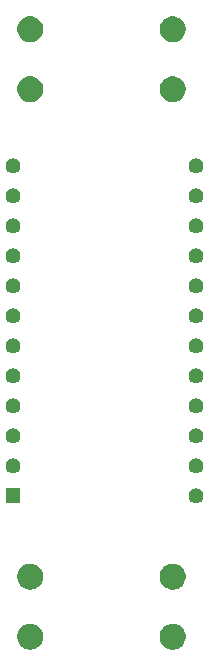
<source format=gbr>
G04 #@! TF.GenerationSoftware,KiCad,Pcbnew,5.1.4-e60b266~84~ubuntu18.04.1*
G04 #@! TF.CreationDate,2019-10-08T20:02:31-04:00*
G04 #@! TF.ProjectId,TSAL-driver,5453414c-2d64-4726-9976-65722e6b6963,rev?*
G04 #@! TF.SameCoordinates,Original*
G04 #@! TF.FileFunction,Soldermask,Bot*
G04 #@! TF.FilePolarity,Negative*
%FSLAX46Y46*%
G04 Gerber Fmt 4.6, Leading zero omitted, Abs format (unit mm)*
G04 Created by KiCad (PCBNEW 5.1.4-e60b266~84~ubuntu18.04.1) date 2019-10-08 20:02:31*
%MOMM*%
%LPD*%
G04 APERTURE LIST*
%ADD10C,0.100000*%
G04 APERTURE END LIST*
D10*
G36*
X139914794Y-110680155D02*
G01*
X140021150Y-110701311D01*
X140121334Y-110742809D01*
X140221520Y-110784307D01*
X140401844Y-110904795D01*
X140555205Y-111058156D01*
X140675693Y-111238480D01*
X140758689Y-111438851D01*
X140801000Y-111651560D01*
X140801000Y-111868440D01*
X140758689Y-112081149D01*
X140675693Y-112281520D01*
X140555205Y-112461844D01*
X140401844Y-112615205D01*
X140221520Y-112735693D01*
X140121334Y-112777191D01*
X140021150Y-112818689D01*
X139914795Y-112839844D01*
X139808440Y-112861000D01*
X139591560Y-112861000D01*
X139485205Y-112839844D01*
X139378850Y-112818689D01*
X139278666Y-112777191D01*
X139178480Y-112735693D01*
X138998156Y-112615205D01*
X138844795Y-112461844D01*
X138724307Y-112281520D01*
X138641311Y-112081149D01*
X138599000Y-111868440D01*
X138599000Y-111651560D01*
X138641311Y-111438851D01*
X138724307Y-111238480D01*
X138844795Y-111058156D01*
X138998156Y-110904795D01*
X139178480Y-110784307D01*
X139278666Y-110742809D01*
X139378850Y-110701311D01*
X139485206Y-110680155D01*
X139591560Y-110659000D01*
X139808440Y-110659000D01*
X139914794Y-110680155D01*
X139914794Y-110680155D01*
G37*
G36*
X127849794Y-110680155D02*
G01*
X127956150Y-110701311D01*
X128056334Y-110742809D01*
X128156520Y-110784307D01*
X128336844Y-110904795D01*
X128490205Y-111058156D01*
X128610693Y-111238480D01*
X128693689Y-111438851D01*
X128736000Y-111651560D01*
X128736000Y-111868440D01*
X128693689Y-112081149D01*
X128610693Y-112281520D01*
X128490205Y-112461844D01*
X128336844Y-112615205D01*
X128156520Y-112735693D01*
X128056334Y-112777191D01*
X127956150Y-112818689D01*
X127849795Y-112839844D01*
X127743440Y-112861000D01*
X127526560Y-112861000D01*
X127420205Y-112839844D01*
X127313850Y-112818689D01*
X127213666Y-112777191D01*
X127113480Y-112735693D01*
X126933156Y-112615205D01*
X126779795Y-112461844D01*
X126659307Y-112281520D01*
X126576311Y-112081149D01*
X126534000Y-111868440D01*
X126534000Y-111651560D01*
X126576311Y-111438851D01*
X126659307Y-111238480D01*
X126779795Y-111058156D01*
X126933156Y-110904795D01*
X127113480Y-110784307D01*
X127213666Y-110742809D01*
X127313850Y-110701311D01*
X127420206Y-110680155D01*
X127526560Y-110659000D01*
X127743440Y-110659000D01*
X127849794Y-110680155D01*
X127849794Y-110680155D01*
G37*
G36*
X139914795Y-105600156D02*
G01*
X140021150Y-105621311D01*
X140121334Y-105662809D01*
X140221520Y-105704307D01*
X140401844Y-105824795D01*
X140555205Y-105978156D01*
X140675693Y-106158480D01*
X140758689Y-106358851D01*
X140801000Y-106571560D01*
X140801000Y-106788440D01*
X140758689Y-107001149D01*
X140675693Y-107201520D01*
X140555205Y-107381844D01*
X140401844Y-107535205D01*
X140221520Y-107655693D01*
X140121334Y-107697191D01*
X140021150Y-107738689D01*
X139914795Y-107759844D01*
X139808440Y-107781000D01*
X139591560Y-107781000D01*
X139485205Y-107759844D01*
X139378850Y-107738689D01*
X139178480Y-107655693D01*
X138998156Y-107535205D01*
X138844795Y-107381844D01*
X138724307Y-107201520D01*
X138641311Y-107001149D01*
X138599000Y-106788440D01*
X138599000Y-106571560D01*
X138641311Y-106358851D01*
X138724307Y-106158480D01*
X138844795Y-105978156D01*
X138998156Y-105824795D01*
X139178480Y-105704307D01*
X139378850Y-105621311D01*
X139485206Y-105600155D01*
X139591560Y-105579000D01*
X139808440Y-105579000D01*
X139914795Y-105600156D01*
X139914795Y-105600156D01*
G37*
G36*
X127849795Y-105600156D02*
G01*
X127956150Y-105621311D01*
X128056334Y-105662809D01*
X128156520Y-105704307D01*
X128336844Y-105824795D01*
X128490205Y-105978156D01*
X128610693Y-106158480D01*
X128693689Y-106358851D01*
X128736000Y-106571560D01*
X128736000Y-106788440D01*
X128693689Y-107001149D01*
X128610693Y-107201520D01*
X128490205Y-107381844D01*
X128336844Y-107535205D01*
X128156520Y-107655693D01*
X128056334Y-107697191D01*
X127956150Y-107738689D01*
X127849795Y-107759844D01*
X127743440Y-107781000D01*
X127526560Y-107781000D01*
X127420205Y-107759844D01*
X127313850Y-107738689D01*
X127113480Y-107655693D01*
X126933156Y-107535205D01*
X126779795Y-107381844D01*
X126659307Y-107201520D01*
X126576311Y-107001149D01*
X126534000Y-106788440D01*
X126534000Y-106571560D01*
X126576311Y-106358851D01*
X126659307Y-106158480D01*
X126779795Y-105978156D01*
X126933156Y-105824795D01*
X127113480Y-105704307D01*
X127313850Y-105621311D01*
X127420206Y-105600155D01*
X127526560Y-105579000D01*
X127743440Y-105579000D01*
X127849795Y-105600156D01*
X127849795Y-105600156D01*
G37*
G36*
X126802001Y-100471001D02*
G01*
X125550001Y-100471001D01*
X125550001Y-99219001D01*
X126802001Y-99219001D01*
X126802001Y-100471001D01*
X126802001Y-100471001D01*
G37*
G36*
X141853598Y-99243057D02*
G01*
X141967522Y-99290246D01*
X141967523Y-99290247D01*
X142070053Y-99358755D01*
X142157247Y-99445949D01*
X142157248Y-99445951D01*
X142225756Y-99548480D01*
X142272945Y-99662404D01*
X142297001Y-99783344D01*
X142297001Y-99906658D01*
X142272945Y-100027598D01*
X142225756Y-100141522D01*
X142225755Y-100141523D01*
X142157247Y-100244053D01*
X142070053Y-100331247D01*
X142018439Y-100365734D01*
X141967522Y-100399756D01*
X141853598Y-100446945D01*
X141732658Y-100471001D01*
X141609344Y-100471001D01*
X141488404Y-100446945D01*
X141374480Y-100399756D01*
X141323563Y-100365734D01*
X141271949Y-100331247D01*
X141184755Y-100244053D01*
X141116247Y-100141523D01*
X141116246Y-100141522D01*
X141069057Y-100027598D01*
X141045001Y-99906658D01*
X141045001Y-99783344D01*
X141069057Y-99662404D01*
X141116246Y-99548480D01*
X141184754Y-99445951D01*
X141184755Y-99445949D01*
X141271949Y-99358755D01*
X141374479Y-99290247D01*
X141374480Y-99290246D01*
X141488404Y-99243057D01*
X141609344Y-99219001D01*
X141732658Y-99219001D01*
X141853598Y-99243057D01*
X141853598Y-99243057D01*
G37*
G36*
X126358598Y-96703057D02*
G01*
X126472522Y-96750246D01*
X126472523Y-96750247D01*
X126575053Y-96818755D01*
X126662247Y-96905949D01*
X126662248Y-96905951D01*
X126730756Y-97008480D01*
X126777945Y-97122404D01*
X126802001Y-97243344D01*
X126802001Y-97366658D01*
X126777945Y-97487598D01*
X126730756Y-97601522D01*
X126730755Y-97601523D01*
X126662247Y-97704053D01*
X126575053Y-97791247D01*
X126523439Y-97825734D01*
X126472522Y-97859756D01*
X126358598Y-97906945D01*
X126237658Y-97931001D01*
X126114344Y-97931001D01*
X125993404Y-97906945D01*
X125879480Y-97859756D01*
X125828563Y-97825734D01*
X125776949Y-97791247D01*
X125689755Y-97704053D01*
X125621247Y-97601523D01*
X125621246Y-97601522D01*
X125574057Y-97487598D01*
X125550001Y-97366658D01*
X125550001Y-97243344D01*
X125574057Y-97122404D01*
X125621246Y-97008480D01*
X125689754Y-96905951D01*
X125689755Y-96905949D01*
X125776949Y-96818755D01*
X125879479Y-96750247D01*
X125879480Y-96750246D01*
X125993404Y-96703057D01*
X126114344Y-96679001D01*
X126237658Y-96679001D01*
X126358598Y-96703057D01*
X126358598Y-96703057D01*
G37*
G36*
X141853598Y-96703057D02*
G01*
X141967522Y-96750246D01*
X141967523Y-96750247D01*
X142070053Y-96818755D01*
X142157247Y-96905949D01*
X142157248Y-96905951D01*
X142225756Y-97008480D01*
X142272945Y-97122404D01*
X142297001Y-97243344D01*
X142297001Y-97366658D01*
X142272945Y-97487598D01*
X142225756Y-97601522D01*
X142225755Y-97601523D01*
X142157247Y-97704053D01*
X142070053Y-97791247D01*
X142018439Y-97825734D01*
X141967522Y-97859756D01*
X141853598Y-97906945D01*
X141732658Y-97931001D01*
X141609344Y-97931001D01*
X141488404Y-97906945D01*
X141374480Y-97859756D01*
X141323563Y-97825734D01*
X141271949Y-97791247D01*
X141184755Y-97704053D01*
X141116247Y-97601523D01*
X141116246Y-97601522D01*
X141069057Y-97487598D01*
X141045001Y-97366658D01*
X141045001Y-97243344D01*
X141069057Y-97122404D01*
X141116246Y-97008480D01*
X141184754Y-96905951D01*
X141184755Y-96905949D01*
X141271949Y-96818755D01*
X141374479Y-96750247D01*
X141374480Y-96750246D01*
X141488404Y-96703057D01*
X141609344Y-96679001D01*
X141732658Y-96679001D01*
X141853598Y-96703057D01*
X141853598Y-96703057D01*
G37*
G36*
X141853598Y-94163057D02*
G01*
X141967522Y-94210246D01*
X141967523Y-94210247D01*
X142070053Y-94278755D01*
X142157247Y-94365949D01*
X142157248Y-94365951D01*
X142225756Y-94468480D01*
X142272945Y-94582404D01*
X142297001Y-94703344D01*
X142297001Y-94826658D01*
X142272945Y-94947598D01*
X142225756Y-95061522D01*
X142225755Y-95061523D01*
X142157247Y-95164053D01*
X142070053Y-95251247D01*
X142018439Y-95285734D01*
X141967522Y-95319756D01*
X141853598Y-95366945D01*
X141732658Y-95391001D01*
X141609344Y-95391001D01*
X141488404Y-95366945D01*
X141374480Y-95319756D01*
X141323563Y-95285734D01*
X141271949Y-95251247D01*
X141184755Y-95164053D01*
X141116247Y-95061523D01*
X141116246Y-95061522D01*
X141069057Y-94947598D01*
X141045001Y-94826658D01*
X141045001Y-94703344D01*
X141069057Y-94582404D01*
X141116246Y-94468480D01*
X141184754Y-94365951D01*
X141184755Y-94365949D01*
X141271949Y-94278755D01*
X141374479Y-94210247D01*
X141374480Y-94210246D01*
X141488404Y-94163057D01*
X141609344Y-94139001D01*
X141732658Y-94139001D01*
X141853598Y-94163057D01*
X141853598Y-94163057D01*
G37*
G36*
X126358598Y-94163057D02*
G01*
X126472522Y-94210246D01*
X126472523Y-94210247D01*
X126575053Y-94278755D01*
X126662247Y-94365949D01*
X126662248Y-94365951D01*
X126730756Y-94468480D01*
X126777945Y-94582404D01*
X126802001Y-94703344D01*
X126802001Y-94826658D01*
X126777945Y-94947598D01*
X126730756Y-95061522D01*
X126730755Y-95061523D01*
X126662247Y-95164053D01*
X126575053Y-95251247D01*
X126523439Y-95285734D01*
X126472522Y-95319756D01*
X126358598Y-95366945D01*
X126237658Y-95391001D01*
X126114344Y-95391001D01*
X125993404Y-95366945D01*
X125879480Y-95319756D01*
X125828563Y-95285734D01*
X125776949Y-95251247D01*
X125689755Y-95164053D01*
X125621247Y-95061523D01*
X125621246Y-95061522D01*
X125574057Y-94947598D01*
X125550001Y-94826658D01*
X125550001Y-94703344D01*
X125574057Y-94582404D01*
X125621246Y-94468480D01*
X125689754Y-94365951D01*
X125689755Y-94365949D01*
X125776949Y-94278755D01*
X125879479Y-94210247D01*
X125879480Y-94210246D01*
X125993404Y-94163057D01*
X126114344Y-94139001D01*
X126237658Y-94139001D01*
X126358598Y-94163057D01*
X126358598Y-94163057D01*
G37*
G36*
X126358598Y-91623057D02*
G01*
X126472522Y-91670246D01*
X126472523Y-91670247D01*
X126575053Y-91738755D01*
X126662247Y-91825949D01*
X126662248Y-91825951D01*
X126730756Y-91928480D01*
X126777945Y-92042404D01*
X126802001Y-92163344D01*
X126802001Y-92286658D01*
X126777945Y-92407598D01*
X126730756Y-92521522D01*
X126730755Y-92521523D01*
X126662247Y-92624053D01*
X126575053Y-92711247D01*
X126523439Y-92745734D01*
X126472522Y-92779756D01*
X126358598Y-92826945D01*
X126237658Y-92851001D01*
X126114344Y-92851001D01*
X125993404Y-92826945D01*
X125879480Y-92779756D01*
X125828563Y-92745734D01*
X125776949Y-92711247D01*
X125689755Y-92624053D01*
X125621247Y-92521523D01*
X125621246Y-92521522D01*
X125574057Y-92407598D01*
X125550001Y-92286658D01*
X125550001Y-92163344D01*
X125574057Y-92042404D01*
X125621246Y-91928480D01*
X125689754Y-91825951D01*
X125689755Y-91825949D01*
X125776949Y-91738755D01*
X125879479Y-91670247D01*
X125879480Y-91670246D01*
X125993404Y-91623057D01*
X126114344Y-91599001D01*
X126237658Y-91599001D01*
X126358598Y-91623057D01*
X126358598Y-91623057D01*
G37*
G36*
X141853598Y-91623057D02*
G01*
X141967522Y-91670246D01*
X141967523Y-91670247D01*
X142070053Y-91738755D01*
X142157247Y-91825949D01*
X142157248Y-91825951D01*
X142225756Y-91928480D01*
X142272945Y-92042404D01*
X142297001Y-92163344D01*
X142297001Y-92286658D01*
X142272945Y-92407598D01*
X142225756Y-92521522D01*
X142225755Y-92521523D01*
X142157247Y-92624053D01*
X142070053Y-92711247D01*
X142018439Y-92745734D01*
X141967522Y-92779756D01*
X141853598Y-92826945D01*
X141732658Y-92851001D01*
X141609344Y-92851001D01*
X141488404Y-92826945D01*
X141374480Y-92779756D01*
X141323563Y-92745734D01*
X141271949Y-92711247D01*
X141184755Y-92624053D01*
X141116247Y-92521523D01*
X141116246Y-92521522D01*
X141069057Y-92407598D01*
X141045001Y-92286658D01*
X141045001Y-92163344D01*
X141069057Y-92042404D01*
X141116246Y-91928480D01*
X141184754Y-91825951D01*
X141184755Y-91825949D01*
X141271949Y-91738755D01*
X141374479Y-91670247D01*
X141374480Y-91670246D01*
X141488404Y-91623057D01*
X141609344Y-91599001D01*
X141732658Y-91599001D01*
X141853598Y-91623057D01*
X141853598Y-91623057D01*
G37*
G36*
X141853598Y-89083057D02*
G01*
X141967522Y-89130246D01*
X141967523Y-89130247D01*
X142070053Y-89198755D01*
X142157247Y-89285949D01*
X142157248Y-89285951D01*
X142225756Y-89388480D01*
X142272945Y-89502404D01*
X142297001Y-89623344D01*
X142297001Y-89746658D01*
X142272945Y-89867598D01*
X142225756Y-89981522D01*
X142225755Y-89981523D01*
X142157247Y-90084053D01*
X142070053Y-90171247D01*
X142018439Y-90205734D01*
X141967522Y-90239756D01*
X141853598Y-90286945D01*
X141732658Y-90311001D01*
X141609344Y-90311001D01*
X141488404Y-90286945D01*
X141374480Y-90239756D01*
X141323563Y-90205734D01*
X141271949Y-90171247D01*
X141184755Y-90084053D01*
X141116247Y-89981523D01*
X141116246Y-89981522D01*
X141069057Y-89867598D01*
X141045001Y-89746658D01*
X141045001Y-89623344D01*
X141069057Y-89502404D01*
X141116246Y-89388480D01*
X141184754Y-89285951D01*
X141184755Y-89285949D01*
X141271949Y-89198755D01*
X141374479Y-89130247D01*
X141374480Y-89130246D01*
X141488404Y-89083057D01*
X141609344Y-89059001D01*
X141732658Y-89059001D01*
X141853598Y-89083057D01*
X141853598Y-89083057D01*
G37*
G36*
X126358598Y-89083057D02*
G01*
X126472522Y-89130246D01*
X126472523Y-89130247D01*
X126575053Y-89198755D01*
X126662247Y-89285949D01*
X126662248Y-89285951D01*
X126730756Y-89388480D01*
X126777945Y-89502404D01*
X126802001Y-89623344D01*
X126802001Y-89746658D01*
X126777945Y-89867598D01*
X126730756Y-89981522D01*
X126730755Y-89981523D01*
X126662247Y-90084053D01*
X126575053Y-90171247D01*
X126523439Y-90205734D01*
X126472522Y-90239756D01*
X126358598Y-90286945D01*
X126237658Y-90311001D01*
X126114344Y-90311001D01*
X125993404Y-90286945D01*
X125879480Y-90239756D01*
X125828563Y-90205734D01*
X125776949Y-90171247D01*
X125689755Y-90084053D01*
X125621247Y-89981523D01*
X125621246Y-89981522D01*
X125574057Y-89867598D01*
X125550001Y-89746658D01*
X125550001Y-89623344D01*
X125574057Y-89502404D01*
X125621246Y-89388480D01*
X125689754Y-89285951D01*
X125689755Y-89285949D01*
X125776949Y-89198755D01*
X125879479Y-89130247D01*
X125879480Y-89130246D01*
X125993404Y-89083057D01*
X126114344Y-89059001D01*
X126237658Y-89059001D01*
X126358598Y-89083057D01*
X126358598Y-89083057D01*
G37*
G36*
X141853598Y-86543057D02*
G01*
X141967522Y-86590246D01*
X141967523Y-86590247D01*
X142070053Y-86658755D01*
X142157247Y-86745949D01*
X142157248Y-86745951D01*
X142225756Y-86848480D01*
X142272945Y-86962404D01*
X142297001Y-87083344D01*
X142297001Y-87206658D01*
X142272945Y-87327598D01*
X142225756Y-87441522D01*
X142225755Y-87441523D01*
X142157247Y-87544053D01*
X142070053Y-87631247D01*
X142018439Y-87665734D01*
X141967522Y-87699756D01*
X141853598Y-87746945D01*
X141732658Y-87771001D01*
X141609344Y-87771001D01*
X141488404Y-87746945D01*
X141374480Y-87699756D01*
X141323563Y-87665734D01*
X141271949Y-87631247D01*
X141184755Y-87544053D01*
X141116247Y-87441523D01*
X141116246Y-87441522D01*
X141069057Y-87327598D01*
X141045001Y-87206658D01*
X141045001Y-87083344D01*
X141069057Y-86962404D01*
X141116246Y-86848480D01*
X141184754Y-86745951D01*
X141184755Y-86745949D01*
X141271949Y-86658755D01*
X141374479Y-86590247D01*
X141374480Y-86590246D01*
X141488404Y-86543057D01*
X141609344Y-86519001D01*
X141732658Y-86519001D01*
X141853598Y-86543057D01*
X141853598Y-86543057D01*
G37*
G36*
X126358598Y-86543057D02*
G01*
X126472522Y-86590246D01*
X126472523Y-86590247D01*
X126575053Y-86658755D01*
X126662247Y-86745949D01*
X126662248Y-86745951D01*
X126730756Y-86848480D01*
X126777945Y-86962404D01*
X126802001Y-87083344D01*
X126802001Y-87206658D01*
X126777945Y-87327598D01*
X126730756Y-87441522D01*
X126730755Y-87441523D01*
X126662247Y-87544053D01*
X126575053Y-87631247D01*
X126523439Y-87665734D01*
X126472522Y-87699756D01*
X126358598Y-87746945D01*
X126237658Y-87771001D01*
X126114344Y-87771001D01*
X125993404Y-87746945D01*
X125879480Y-87699756D01*
X125828563Y-87665734D01*
X125776949Y-87631247D01*
X125689755Y-87544053D01*
X125621247Y-87441523D01*
X125621246Y-87441522D01*
X125574057Y-87327598D01*
X125550001Y-87206658D01*
X125550001Y-87083344D01*
X125574057Y-86962404D01*
X125621246Y-86848480D01*
X125689754Y-86745951D01*
X125689755Y-86745949D01*
X125776949Y-86658755D01*
X125879479Y-86590247D01*
X125879480Y-86590246D01*
X125993404Y-86543057D01*
X126114344Y-86519001D01*
X126237658Y-86519001D01*
X126358598Y-86543057D01*
X126358598Y-86543057D01*
G37*
G36*
X141853598Y-84003057D02*
G01*
X141967522Y-84050246D01*
X141967523Y-84050247D01*
X142070053Y-84118755D01*
X142157247Y-84205949D01*
X142157248Y-84205951D01*
X142225756Y-84308480D01*
X142272945Y-84422404D01*
X142297001Y-84543344D01*
X142297001Y-84666658D01*
X142272945Y-84787598D01*
X142225756Y-84901522D01*
X142225755Y-84901523D01*
X142157247Y-85004053D01*
X142070053Y-85091247D01*
X142018439Y-85125734D01*
X141967522Y-85159756D01*
X141853598Y-85206945D01*
X141732658Y-85231001D01*
X141609344Y-85231001D01*
X141488404Y-85206945D01*
X141374480Y-85159756D01*
X141323563Y-85125734D01*
X141271949Y-85091247D01*
X141184755Y-85004053D01*
X141116247Y-84901523D01*
X141116246Y-84901522D01*
X141069057Y-84787598D01*
X141045001Y-84666658D01*
X141045001Y-84543344D01*
X141069057Y-84422404D01*
X141116246Y-84308480D01*
X141184754Y-84205951D01*
X141184755Y-84205949D01*
X141271949Y-84118755D01*
X141374479Y-84050247D01*
X141374480Y-84050246D01*
X141488404Y-84003057D01*
X141609344Y-83979001D01*
X141732658Y-83979001D01*
X141853598Y-84003057D01*
X141853598Y-84003057D01*
G37*
G36*
X126358598Y-84003057D02*
G01*
X126472522Y-84050246D01*
X126472523Y-84050247D01*
X126575053Y-84118755D01*
X126662247Y-84205949D01*
X126662248Y-84205951D01*
X126730756Y-84308480D01*
X126777945Y-84422404D01*
X126802001Y-84543344D01*
X126802001Y-84666658D01*
X126777945Y-84787598D01*
X126730756Y-84901522D01*
X126730755Y-84901523D01*
X126662247Y-85004053D01*
X126575053Y-85091247D01*
X126523439Y-85125734D01*
X126472522Y-85159756D01*
X126358598Y-85206945D01*
X126237658Y-85231001D01*
X126114344Y-85231001D01*
X125993404Y-85206945D01*
X125879480Y-85159756D01*
X125828563Y-85125734D01*
X125776949Y-85091247D01*
X125689755Y-85004053D01*
X125621247Y-84901523D01*
X125621246Y-84901522D01*
X125574057Y-84787598D01*
X125550001Y-84666658D01*
X125550001Y-84543344D01*
X125574057Y-84422404D01*
X125621246Y-84308480D01*
X125689754Y-84205951D01*
X125689755Y-84205949D01*
X125776949Y-84118755D01*
X125879479Y-84050247D01*
X125879480Y-84050246D01*
X125993404Y-84003057D01*
X126114344Y-83979001D01*
X126237658Y-83979001D01*
X126358598Y-84003057D01*
X126358598Y-84003057D01*
G37*
G36*
X141853598Y-81463057D02*
G01*
X141967522Y-81510246D01*
X141967523Y-81510247D01*
X142070053Y-81578755D01*
X142157247Y-81665949D01*
X142157248Y-81665951D01*
X142225756Y-81768480D01*
X142272945Y-81882404D01*
X142297001Y-82003344D01*
X142297001Y-82126658D01*
X142272945Y-82247598D01*
X142225756Y-82361522D01*
X142225755Y-82361523D01*
X142157247Y-82464053D01*
X142070053Y-82551247D01*
X142018439Y-82585734D01*
X141967522Y-82619756D01*
X141853598Y-82666945D01*
X141732658Y-82691001D01*
X141609344Y-82691001D01*
X141488404Y-82666945D01*
X141374480Y-82619756D01*
X141323563Y-82585734D01*
X141271949Y-82551247D01*
X141184755Y-82464053D01*
X141116247Y-82361523D01*
X141116246Y-82361522D01*
X141069057Y-82247598D01*
X141045001Y-82126658D01*
X141045001Y-82003344D01*
X141069057Y-81882404D01*
X141116246Y-81768480D01*
X141184754Y-81665951D01*
X141184755Y-81665949D01*
X141271949Y-81578755D01*
X141374479Y-81510247D01*
X141374480Y-81510246D01*
X141488404Y-81463057D01*
X141609344Y-81439001D01*
X141732658Y-81439001D01*
X141853598Y-81463057D01*
X141853598Y-81463057D01*
G37*
G36*
X126358598Y-81463057D02*
G01*
X126472522Y-81510246D01*
X126472523Y-81510247D01*
X126575053Y-81578755D01*
X126662247Y-81665949D01*
X126662248Y-81665951D01*
X126730756Y-81768480D01*
X126777945Y-81882404D01*
X126802001Y-82003344D01*
X126802001Y-82126658D01*
X126777945Y-82247598D01*
X126730756Y-82361522D01*
X126730755Y-82361523D01*
X126662247Y-82464053D01*
X126575053Y-82551247D01*
X126523439Y-82585734D01*
X126472522Y-82619756D01*
X126358598Y-82666945D01*
X126237658Y-82691001D01*
X126114344Y-82691001D01*
X125993404Y-82666945D01*
X125879480Y-82619756D01*
X125828563Y-82585734D01*
X125776949Y-82551247D01*
X125689755Y-82464053D01*
X125621247Y-82361523D01*
X125621246Y-82361522D01*
X125574057Y-82247598D01*
X125550001Y-82126658D01*
X125550001Y-82003344D01*
X125574057Y-81882404D01*
X125621246Y-81768480D01*
X125689754Y-81665951D01*
X125689755Y-81665949D01*
X125776949Y-81578755D01*
X125879479Y-81510247D01*
X125879480Y-81510246D01*
X125993404Y-81463057D01*
X126114344Y-81439001D01*
X126237658Y-81439001D01*
X126358598Y-81463057D01*
X126358598Y-81463057D01*
G37*
G36*
X141853598Y-78923057D02*
G01*
X141967522Y-78970246D01*
X141967523Y-78970247D01*
X142070053Y-79038755D01*
X142157247Y-79125949D01*
X142157248Y-79125951D01*
X142225756Y-79228480D01*
X142272945Y-79342404D01*
X142297001Y-79463344D01*
X142297001Y-79586658D01*
X142272945Y-79707598D01*
X142225756Y-79821522D01*
X142225755Y-79821523D01*
X142157247Y-79924053D01*
X142070053Y-80011247D01*
X142018439Y-80045734D01*
X141967522Y-80079756D01*
X141853598Y-80126945D01*
X141732658Y-80151001D01*
X141609344Y-80151001D01*
X141488404Y-80126945D01*
X141374480Y-80079756D01*
X141323563Y-80045734D01*
X141271949Y-80011247D01*
X141184755Y-79924053D01*
X141116247Y-79821523D01*
X141116246Y-79821522D01*
X141069057Y-79707598D01*
X141045001Y-79586658D01*
X141045001Y-79463344D01*
X141069057Y-79342404D01*
X141116246Y-79228480D01*
X141184754Y-79125951D01*
X141184755Y-79125949D01*
X141271949Y-79038755D01*
X141374479Y-78970247D01*
X141374480Y-78970246D01*
X141488404Y-78923057D01*
X141609344Y-78899001D01*
X141732658Y-78899001D01*
X141853598Y-78923057D01*
X141853598Y-78923057D01*
G37*
G36*
X126358598Y-78923057D02*
G01*
X126472522Y-78970246D01*
X126472523Y-78970247D01*
X126575053Y-79038755D01*
X126662247Y-79125949D01*
X126662248Y-79125951D01*
X126730756Y-79228480D01*
X126777945Y-79342404D01*
X126802001Y-79463344D01*
X126802001Y-79586658D01*
X126777945Y-79707598D01*
X126730756Y-79821522D01*
X126730755Y-79821523D01*
X126662247Y-79924053D01*
X126575053Y-80011247D01*
X126523439Y-80045734D01*
X126472522Y-80079756D01*
X126358598Y-80126945D01*
X126237658Y-80151001D01*
X126114344Y-80151001D01*
X125993404Y-80126945D01*
X125879480Y-80079756D01*
X125828563Y-80045734D01*
X125776949Y-80011247D01*
X125689755Y-79924053D01*
X125621247Y-79821523D01*
X125621246Y-79821522D01*
X125574057Y-79707598D01*
X125550001Y-79586658D01*
X125550001Y-79463344D01*
X125574057Y-79342404D01*
X125621246Y-79228480D01*
X125689754Y-79125951D01*
X125689755Y-79125949D01*
X125776949Y-79038755D01*
X125879479Y-78970247D01*
X125879480Y-78970246D01*
X125993404Y-78923057D01*
X126114344Y-78899001D01*
X126237658Y-78899001D01*
X126358598Y-78923057D01*
X126358598Y-78923057D01*
G37*
G36*
X141853598Y-76383057D02*
G01*
X141967522Y-76430246D01*
X141967523Y-76430247D01*
X142070053Y-76498755D01*
X142157247Y-76585949D01*
X142157248Y-76585951D01*
X142225756Y-76688480D01*
X142272945Y-76802404D01*
X142297001Y-76923344D01*
X142297001Y-77046658D01*
X142272945Y-77167598D01*
X142225756Y-77281522D01*
X142225755Y-77281523D01*
X142157247Y-77384053D01*
X142070053Y-77471247D01*
X142018439Y-77505734D01*
X141967522Y-77539756D01*
X141853598Y-77586945D01*
X141732658Y-77611001D01*
X141609344Y-77611001D01*
X141488404Y-77586945D01*
X141374480Y-77539756D01*
X141323563Y-77505734D01*
X141271949Y-77471247D01*
X141184755Y-77384053D01*
X141116247Y-77281523D01*
X141116246Y-77281522D01*
X141069057Y-77167598D01*
X141045001Y-77046658D01*
X141045001Y-76923344D01*
X141069057Y-76802404D01*
X141116246Y-76688480D01*
X141184754Y-76585951D01*
X141184755Y-76585949D01*
X141271949Y-76498755D01*
X141374479Y-76430247D01*
X141374480Y-76430246D01*
X141488404Y-76383057D01*
X141609344Y-76359001D01*
X141732658Y-76359001D01*
X141853598Y-76383057D01*
X141853598Y-76383057D01*
G37*
G36*
X126358598Y-76383057D02*
G01*
X126472522Y-76430246D01*
X126472523Y-76430247D01*
X126575053Y-76498755D01*
X126662247Y-76585949D01*
X126662248Y-76585951D01*
X126730756Y-76688480D01*
X126777945Y-76802404D01*
X126802001Y-76923344D01*
X126802001Y-77046658D01*
X126777945Y-77167598D01*
X126730756Y-77281522D01*
X126730755Y-77281523D01*
X126662247Y-77384053D01*
X126575053Y-77471247D01*
X126523439Y-77505734D01*
X126472522Y-77539756D01*
X126358598Y-77586945D01*
X126237658Y-77611001D01*
X126114344Y-77611001D01*
X125993404Y-77586945D01*
X125879480Y-77539756D01*
X125828563Y-77505734D01*
X125776949Y-77471247D01*
X125689755Y-77384053D01*
X125621247Y-77281523D01*
X125621246Y-77281522D01*
X125574057Y-77167598D01*
X125550001Y-77046658D01*
X125550001Y-76923344D01*
X125574057Y-76802404D01*
X125621246Y-76688480D01*
X125689754Y-76585951D01*
X125689755Y-76585949D01*
X125776949Y-76498755D01*
X125879479Y-76430247D01*
X125879480Y-76430246D01*
X125993404Y-76383057D01*
X126114344Y-76359001D01*
X126237658Y-76359001D01*
X126358598Y-76383057D01*
X126358598Y-76383057D01*
G37*
G36*
X141853598Y-73843057D02*
G01*
X141967522Y-73890246D01*
X141967523Y-73890247D01*
X142070053Y-73958755D01*
X142157247Y-74045949D01*
X142157248Y-74045951D01*
X142225756Y-74148480D01*
X142272945Y-74262404D01*
X142297001Y-74383344D01*
X142297001Y-74506658D01*
X142272945Y-74627598D01*
X142225756Y-74741522D01*
X142225755Y-74741523D01*
X142157247Y-74844053D01*
X142070053Y-74931247D01*
X142018439Y-74965734D01*
X141967522Y-74999756D01*
X141853598Y-75046945D01*
X141732658Y-75071001D01*
X141609344Y-75071001D01*
X141488404Y-75046945D01*
X141374480Y-74999756D01*
X141323563Y-74965734D01*
X141271949Y-74931247D01*
X141184755Y-74844053D01*
X141116247Y-74741523D01*
X141116246Y-74741522D01*
X141069057Y-74627598D01*
X141045001Y-74506658D01*
X141045001Y-74383344D01*
X141069057Y-74262404D01*
X141116246Y-74148480D01*
X141184754Y-74045951D01*
X141184755Y-74045949D01*
X141271949Y-73958755D01*
X141374479Y-73890247D01*
X141374480Y-73890246D01*
X141488404Y-73843057D01*
X141609344Y-73819001D01*
X141732658Y-73819001D01*
X141853598Y-73843057D01*
X141853598Y-73843057D01*
G37*
G36*
X126358598Y-73843057D02*
G01*
X126472522Y-73890246D01*
X126472523Y-73890247D01*
X126575053Y-73958755D01*
X126662247Y-74045949D01*
X126662248Y-74045951D01*
X126730756Y-74148480D01*
X126777945Y-74262404D01*
X126802001Y-74383344D01*
X126802001Y-74506658D01*
X126777945Y-74627598D01*
X126730756Y-74741522D01*
X126730755Y-74741523D01*
X126662247Y-74844053D01*
X126575053Y-74931247D01*
X126523439Y-74965734D01*
X126472522Y-74999756D01*
X126358598Y-75046945D01*
X126237658Y-75071001D01*
X126114344Y-75071001D01*
X125993404Y-75046945D01*
X125879480Y-74999756D01*
X125828563Y-74965734D01*
X125776949Y-74931247D01*
X125689755Y-74844053D01*
X125621247Y-74741523D01*
X125621246Y-74741522D01*
X125574057Y-74627598D01*
X125550001Y-74506658D01*
X125550001Y-74383344D01*
X125574057Y-74262404D01*
X125621246Y-74148480D01*
X125689754Y-74045951D01*
X125689755Y-74045949D01*
X125776949Y-73958755D01*
X125879479Y-73890247D01*
X125879480Y-73890246D01*
X125993404Y-73843057D01*
X126114344Y-73819001D01*
X126237658Y-73819001D01*
X126358598Y-73843057D01*
X126358598Y-73843057D01*
G37*
G36*
X141853598Y-71303057D02*
G01*
X141967522Y-71350246D01*
X141967523Y-71350247D01*
X142070053Y-71418755D01*
X142157247Y-71505949D01*
X142157248Y-71505951D01*
X142225756Y-71608480D01*
X142272945Y-71722404D01*
X142297001Y-71843344D01*
X142297001Y-71966658D01*
X142272945Y-72087598D01*
X142225756Y-72201522D01*
X142225755Y-72201523D01*
X142157247Y-72304053D01*
X142070053Y-72391247D01*
X142018439Y-72425734D01*
X141967522Y-72459756D01*
X141853598Y-72506945D01*
X141732658Y-72531001D01*
X141609344Y-72531001D01*
X141488404Y-72506945D01*
X141374480Y-72459756D01*
X141323563Y-72425734D01*
X141271949Y-72391247D01*
X141184755Y-72304053D01*
X141116247Y-72201523D01*
X141116246Y-72201522D01*
X141069057Y-72087598D01*
X141045001Y-71966658D01*
X141045001Y-71843344D01*
X141069057Y-71722404D01*
X141116246Y-71608480D01*
X141184754Y-71505951D01*
X141184755Y-71505949D01*
X141271949Y-71418755D01*
X141374479Y-71350247D01*
X141374480Y-71350246D01*
X141488404Y-71303057D01*
X141609344Y-71279001D01*
X141732658Y-71279001D01*
X141853598Y-71303057D01*
X141853598Y-71303057D01*
G37*
G36*
X126358598Y-71303057D02*
G01*
X126472522Y-71350246D01*
X126472523Y-71350247D01*
X126575053Y-71418755D01*
X126662247Y-71505949D01*
X126662248Y-71505951D01*
X126730756Y-71608480D01*
X126777945Y-71722404D01*
X126802001Y-71843344D01*
X126802001Y-71966658D01*
X126777945Y-72087598D01*
X126730756Y-72201522D01*
X126730755Y-72201523D01*
X126662247Y-72304053D01*
X126575053Y-72391247D01*
X126523439Y-72425734D01*
X126472522Y-72459756D01*
X126358598Y-72506945D01*
X126237658Y-72531001D01*
X126114344Y-72531001D01*
X125993404Y-72506945D01*
X125879480Y-72459756D01*
X125828563Y-72425734D01*
X125776949Y-72391247D01*
X125689755Y-72304053D01*
X125621247Y-72201523D01*
X125621246Y-72201522D01*
X125574057Y-72087598D01*
X125550001Y-71966658D01*
X125550001Y-71843344D01*
X125574057Y-71722404D01*
X125621246Y-71608480D01*
X125689754Y-71505951D01*
X125689755Y-71505949D01*
X125776949Y-71418755D01*
X125879479Y-71350247D01*
X125879480Y-71350246D01*
X125993404Y-71303057D01*
X126114344Y-71279001D01*
X126237658Y-71279001D01*
X126358598Y-71303057D01*
X126358598Y-71303057D01*
G37*
G36*
X139914795Y-64325156D02*
G01*
X140021150Y-64346311D01*
X140221520Y-64429307D01*
X140401844Y-64549795D01*
X140555205Y-64703156D01*
X140675693Y-64883480D01*
X140758689Y-65083851D01*
X140801000Y-65296560D01*
X140801000Y-65513440D01*
X140758689Y-65726149D01*
X140675693Y-65926520D01*
X140555205Y-66106844D01*
X140401844Y-66260205D01*
X140221520Y-66380693D01*
X140121334Y-66422191D01*
X140021150Y-66463689D01*
X139914794Y-66484845D01*
X139808440Y-66506000D01*
X139591560Y-66506000D01*
X139485206Y-66484845D01*
X139378850Y-66463689D01*
X139178480Y-66380693D01*
X138998156Y-66260205D01*
X138844795Y-66106844D01*
X138724307Y-65926520D01*
X138641311Y-65726149D01*
X138599000Y-65513440D01*
X138599000Y-65296560D01*
X138641311Y-65083851D01*
X138724307Y-64883480D01*
X138844795Y-64703156D01*
X138998156Y-64549795D01*
X139178480Y-64429307D01*
X139378850Y-64346311D01*
X139485205Y-64325156D01*
X139591560Y-64304000D01*
X139808440Y-64304000D01*
X139914795Y-64325156D01*
X139914795Y-64325156D01*
G37*
G36*
X127849795Y-64325156D02*
G01*
X127956150Y-64346311D01*
X128156520Y-64429307D01*
X128336844Y-64549795D01*
X128490205Y-64703156D01*
X128610693Y-64883480D01*
X128693689Y-65083851D01*
X128736000Y-65296560D01*
X128736000Y-65513440D01*
X128693689Y-65726149D01*
X128610693Y-65926520D01*
X128490205Y-66106844D01*
X128336844Y-66260205D01*
X128156520Y-66380693D01*
X128056334Y-66422191D01*
X127956150Y-66463689D01*
X127849794Y-66484845D01*
X127743440Y-66506000D01*
X127526560Y-66506000D01*
X127420206Y-66484845D01*
X127313850Y-66463689D01*
X127113480Y-66380693D01*
X126933156Y-66260205D01*
X126779795Y-66106844D01*
X126659307Y-65926520D01*
X126576311Y-65726149D01*
X126534000Y-65513440D01*
X126534000Y-65296560D01*
X126576311Y-65083851D01*
X126659307Y-64883480D01*
X126779795Y-64703156D01*
X126933156Y-64549795D01*
X127113480Y-64429307D01*
X127313850Y-64346311D01*
X127420205Y-64325156D01*
X127526560Y-64304000D01*
X127743440Y-64304000D01*
X127849795Y-64325156D01*
X127849795Y-64325156D01*
G37*
G36*
X139914795Y-59245156D02*
G01*
X140021150Y-59266311D01*
X140221520Y-59349307D01*
X140401844Y-59469795D01*
X140555205Y-59623156D01*
X140675693Y-59803480D01*
X140758689Y-60003851D01*
X140801000Y-60216560D01*
X140801000Y-60433440D01*
X140758689Y-60646149D01*
X140675693Y-60846520D01*
X140555205Y-61026844D01*
X140401844Y-61180205D01*
X140221520Y-61300693D01*
X140021150Y-61383689D01*
X139914795Y-61404844D01*
X139808440Y-61426000D01*
X139591560Y-61426000D01*
X139485205Y-61404844D01*
X139378850Y-61383689D01*
X139278666Y-61342191D01*
X139178480Y-61300693D01*
X138998156Y-61180205D01*
X138844795Y-61026844D01*
X138724307Y-60846520D01*
X138641311Y-60646149D01*
X138599000Y-60433440D01*
X138599000Y-60216560D01*
X138641311Y-60003851D01*
X138724307Y-59803480D01*
X138844795Y-59623156D01*
X138998156Y-59469795D01*
X139178480Y-59349307D01*
X139278666Y-59307809D01*
X139378850Y-59266311D01*
X139485205Y-59245156D01*
X139591560Y-59224000D01*
X139808440Y-59224000D01*
X139914795Y-59245156D01*
X139914795Y-59245156D01*
G37*
G36*
X127849795Y-59245156D02*
G01*
X127956150Y-59266311D01*
X128156520Y-59349307D01*
X128336844Y-59469795D01*
X128490205Y-59623156D01*
X128610693Y-59803480D01*
X128693689Y-60003851D01*
X128736000Y-60216560D01*
X128736000Y-60433440D01*
X128693689Y-60646149D01*
X128610693Y-60846520D01*
X128490205Y-61026844D01*
X128336844Y-61180205D01*
X128156520Y-61300693D01*
X127956150Y-61383689D01*
X127849795Y-61404844D01*
X127743440Y-61426000D01*
X127526560Y-61426000D01*
X127420205Y-61404844D01*
X127313850Y-61383689D01*
X127213666Y-61342191D01*
X127113480Y-61300693D01*
X126933156Y-61180205D01*
X126779795Y-61026844D01*
X126659307Y-60846520D01*
X126576311Y-60646149D01*
X126534000Y-60433440D01*
X126534000Y-60216560D01*
X126576311Y-60003851D01*
X126659307Y-59803480D01*
X126779795Y-59623156D01*
X126933156Y-59469795D01*
X127113480Y-59349307D01*
X127213666Y-59307809D01*
X127313850Y-59266311D01*
X127420205Y-59245156D01*
X127526560Y-59224000D01*
X127743440Y-59224000D01*
X127849795Y-59245156D01*
X127849795Y-59245156D01*
G37*
M02*

</source>
